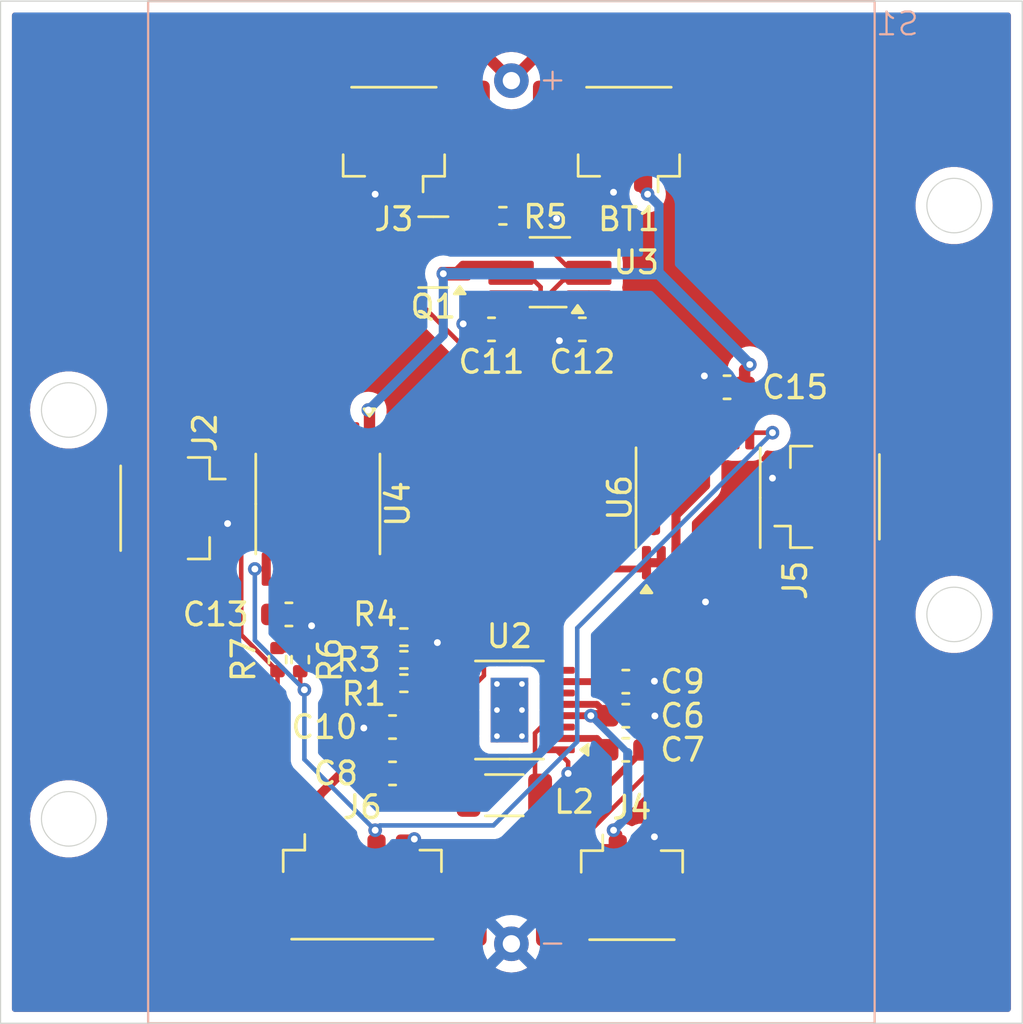
<source format=kicad_pcb>
(kicad_pcb (version 20240108) (generator "pcbnew") (generator_version "8.0")
  (layers (0 "F.Cu" signal) (31 "B.Cu" signal) (34 "B.Paste" user) (35 "F.Paste" user) (36 "B.SilkS" user "B.Silkscreen") (37 "F.SilkS" user "F.Silkscreen") (38 "B.Mask" user) (39 "F.Mask" user) (44 "Edge.Cuts" user))
  (net 0 "")
  (net 1 "GND")
  (net 2 "/Vsolar")
  (net 3 "Net-(U2-SW2)")
  (net 4 "Net-(U2-MPPC)")
  (net 6 "Net-(U2-BST1)")
  (net 7 "Net-(U2-SW1)")
  (net 8 "Net-(U2-VS2{slash}FB)")
  (net 9 "Net-(U2-BST2)")
  (net 10 "Net-(Q1-B)")
  (net 11 "Net-(U3-PROG)")
  (net 13 "Net-(Q1-E)")
  (net 14 "Net-(U3-TIMER)")
  (net 15 "/Vcharge+")
  (net 16 "/Vcharge-")
  (net 17 "/Vout-")
  (net 18 "/SCL")
  (net 19 "/SDA")
  (net 24 "/Vout+")
  (net 25 "Net-(R1-Pad2)")
  (footprint "Connector_Molex:Molex_PicoBlade_53398-0271_1x02-1MP_P1.25mm_Vertical" (layer "F.Cu") (at 132.809384 93.609644)
    (property "Reference" "J4" (at 0 -3.1 360) (layer "F.SilkS"))
    (property "Value" "Conn_01x02" (hide yes))
    (fp_line (start -2.235 -1.21) (end -1.285 -1.21) (stroke (width 0.12)) (layer "F.SilkS"))
    (fp_line (start -2.235 -0.26) (end -2.235 -1.21) (stroke (width 0.12)) (layer "F.SilkS"))
    (fp_line (start -1.865 2.71) (end 1.865 2.71) (stroke (width 0.12)) (layer "F.SilkS"))
    (fp_line (start -1.285 -1.21) (end -1.285 -1.9) (stroke (width 0.12)) (layer "F.SilkS"))
    (fp_line (start 2.235 -1.21) (end 1.285 -1.21) (stroke (width 0.12)) (layer "F.SilkS"))
    (fp_line (start 2.235 -0.26) (end 2.235 -1.21) (stroke (width 0.12)) (layer "F.SilkS"))
    (pad "1" smd roundrect (at -0.625 -1.25) (size 0.8 1.3) (layers "F.Cu" "F.Paste" "F.Mask") (net 2 "/Vsolar"))
    (pad "2" smd roundrect (at 0.625 -1.25) (size 0.8 1.3) (layers "F.Cu" "F.Paste" "F.Mask") (net 1 "GND"))
    (pad "MP" smd roundrect (at -3.175 1.5) (size 2.1 3) (layers "F.Cu" "F.Paste" "F.Mask") (roundrect_rratio 0.119048))
    (pad "MP" smd roundrect (at 3.175 1.5) (size 2.1 3) (layers "F.Cu" "F.Paste" "F.Mask") (roundrect_rratio 0.119048))
  )
  (footprint "Connector_Molex:Molex_PicoBlade_53398-0271_1x02-1MP_P1.25mm_Vertical" (layer "F.Cu") (at 122.325 61.5 180)
    (property "Reference" "J3" (at 0 -3.1 360) (layer "F.SilkS"))
    (property "Value" "Conn_01x02" (hide yes))
    (fp_line (start 2.235 -0.26) (end 2.235 -1.21) (stroke (width 0.12)) (layer "F.SilkS"))
    (fp_line (start 2.235 -1.21) (end 1.285 -1.21) (stroke (width 0.12)) (layer "F.SilkS"))
    (fp_line (start -1.285 -1.21) (end -1.285 -1.9) (stroke (width 0.12)) (layer "F.SilkS"))
    (fp_line (start -1.865 2.71) (end 1.865 2.71) (stroke (width 0.12)) (layer "F.SilkS"))
    (fp_line (start -2.235 -0.26) (end -2.235 -1.21) (stroke (width 0.12)) (layer "F.SilkS"))
    (fp_line (start -2.235 -1.21) (end -1.285 -1.21) (stroke (width 0.12)) (layer "F.SilkS"))
    (pad "1" smd roundrect (at -0.625 -1.25 180) (size 0.8 1.3) (layers "F.Cu" "F.Paste" "F.Mask") (net 2 "/Vsolar"))
    (pad "2" smd roundrect (at 0.625 -1.25 180) (size 0.8 1.3) (layers "F.Cu" "F.Paste" "F.Mask") (net 1 "GND"))
    (pad "MP" smd roundrect (at -3.175 1.5 180) (size 2.1 3) (layers "F.Cu" "F.Paste" "F.Mask") (roundrect_rratio 0.119048))
    (pad "MP" smd roundrect (at 3.175 1.5 180) (size 2.1 3) (layers "F.Cu" "F.Paste" "F.Mask") (roundrect_rratio 0.119048))
  )
  (footprint "Connector_Molex:Molex_PicoBlade_53398-0271_1x02-1MP_P1.25mm_Vertical" (layer "F.Cu") (at 132.675 61.5 180)
    (property "Reference" "BT1" (at 0 -3.1 360) (layer "F.SilkS"))
    (property "Value" "Vbatt" (hide yes))
    (fp_line (start 2.235 -0.26) (end 2.235 -1.21) (stroke (width 0.12)) (layer "F.SilkS"))
    (fp_line (start 2.235 -1.21) (end 1.285 -1.21) (stroke (width 0.12)) (layer "F.SilkS"))
    (fp_line (start -1.285 -1.21) (end -1.285 -1.9) (stroke (width 0.12)) (layer "F.SilkS"))
    (fp_line (start -1.865 2.71) (end 1.865 2.71) (stroke (width 0.12)) (layer "F.SilkS"))
    (fp_line (start -2.235 -0.26) (end -2.235 -1.21) (stroke (width 0.12)) (layer "F.SilkS"))
    (fp_line (start -2.235 -1.21) (end -1.285 -1.21) (stroke (width 0.12)) (layer "F.SilkS"))
    (pad "1" smd roundrect (at -0.625 -1.25 180) (size 0.8 1.3) (layers "F.Cu" "F.Paste" "F.Mask") (net 24 "/Vout+"))
    (pad "2" smd roundrect (at 0.625 -1.25 180) (size 0.8 1.3) (layers "F.Cu" "F.Paste" "F.Mask") (net 1 "GND"))
    (pad "MP" smd roundrect (at -3.175 1.5 180) (size 2.1 3) (layers "F.Cu" "F.Paste" "F.Mask") (roundrect_rratio 0.119048))
    (pad "MP" smd roundrect (at 3.175 1.5 180) (size 2.1 3) (layers "F.Cu" "F.Paste" "F.Mask") (roundrect_rratio 0.119048))
  )
  (footprint "Capacitor_SMD:C_0603_1608Metric" (layer "F.Cu") (at 137 72 180)
    (property "Reference" "C15" (at -3 0 360) (layer "F.SilkS"))
    (property "Value" "1uF" (hide yes))
    (fp_line (start -0.14058 0.51) (end 0.14058 0.51) (stroke (width 0.12)) (layer "F.SilkS"))
    (fp_line (start -0.14058 -0.51) (end 0.14058 -0.51) (stroke (width 0.12)) (layer "F.SilkS"))
    (pad "1" smd roundrect (at -0.775 0 180) (size 0.9 0.95) (layers "F.Cu" "F.Paste" "F.Mask") (net 24 "/Vout+"))
    (pad "2" smd roundrect (at 0.775 0 180) (size 0.9 0.95) (layers "F.Cu" "F.Paste" "F.Mask") (net 1 "GND"))
  )
  (footprint "Inductor_SMD:L_1206_3216Metric" (layer "F.Cu") (at 127.19 89.96 180)
    (property "Reference" "L2" (at -3.075 -0.29 360) (layer "F.SilkS"))
    (property "Value" "6.8uH" (hide yes))
    (fp_line (start -0.835242 0.91) (end 0.835242 0.91) (stroke (width 0.12)) (layer "F.SilkS"))
    (fp_line (start -0.835242 -0.91) (end 0.835242 -0.91) (stroke (width 0.12)) (layer "F.SilkS"))
    (pad "1" smd roundrect (at -1.575 0 180) (size 1.05 1.9) (layers "F.Cu" "F.Paste" "F.Mask") (roundrect_rratio 0.238095) (net 7 "Net-(U2-SW1)"))
    (pad "2" smd roundrect (at 1.575 0 180) (size 1.05 1.9) (layers "F.Cu" "F.Paste" "F.Mask") (roundrect_rratio 0.238095) (net 3 "Net-(U2-SW2)"))
  )
  (footprint "Resistor_SMD:R_0402_1005Metric" (layer "F.Cu") (at 122.763048 85.028483)
    (property "Reference" "R1" (at -1.763048 0.471517 0) (layer "F.SilkS"))
    (property "Value" "200k" (hide yes))
    (fp_line (start -0.153641 -0.38) (end 0.153641 -0.38) (stroke (width 0.12)) (layer "F.SilkS"))
    (fp_line (start -0.153641 0.38) (end 0.153641 0.38) (stroke (width 0.12)) (layer "F.SilkS"))
    (pad "1" smd roundrect (at -0.51 0) (size 0.54 0.64) (layers "F.Cu" "F.Paste" "F.Mask") (net 15 "/Vcharge+"))
    (pad "2" smd roundrect (at 0.51 0) (size 0.54 0.64) (layers "F.Cu" "F.Paste" "F.Mask") (net 25 "Net-(R1-Pad2)"))
  )
  (footprint "Connector_Molex:Molex_PicoBlade_53398-0471_1x04-1MP_P1.25mm_Vertical" (layer "F.Cu") (at 120.933976 93.586374)
    (property "Reference" "J6" (at 0 -3.1 360) (layer "F.SilkS"))
    (property "Value" "Conn_01x04" (hide yes))
    (fp_line (start -3.485 -1.21) (end -2.535 -1.21) (stroke (width 0.12)) (layer "F.SilkS"))
    (fp_line (start -3.485 -0.26) (end -3.485 -1.21) (stroke (width 0.12)) (layer "F.SilkS"))
    (fp_line (start -3.115 2.71) (end 3.115 2.71) (stroke (width 0.12)) (layer "F.SilkS"))
    (fp_line (start -2.535 -1.21) (end -2.535 -1.9) (stroke (width 0.12)) (layer "F.SilkS"))
    (fp_line (start 3.485 -1.21) (end 2.535 -1.21) (stroke (width 0.12)) (layer "F.SilkS"))
    (fp_line (start 3.485 -0.26) (end 3.485 -1.21) (stroke (width 0.12)) (layer "F.SilkS"))
    (pad "1" smd roundrect (at -1.875 -1.25) (size 0.8 1.3) (layers "F.Cu" "F.Paste" "F.Mask") (net 17 "/Vout-"))
    (pad "2" smd roundrect (at -0.625 -1.25) (size 0.8 1.3) (layers "F.Cu" "F.Paste" "F.Mask") (net 19 "/SDA"))
    (pad "3" smd roundrect (at 0.625 -1.25) (size 0.8 1.3) (layers "F.Cu" "F.Paste" "F.Mask") (net 18 "/SCL"))
    (pad "4" smd roundrect (at 1.875 -1.25) (size 0.8 1.3) (layers "F.Cu" "F.Paste" "F.Mask") (net 1 "GND"))
    (pad "MP" smd roundrect (at -4.425 1.5) (size 2.1 3) (layers "F.Cu" "F.Paste" "F.Mask") (roundrect_rratio 0.119048))
    (pad "MP" smd roundrect (at 4.425 1.5) (size 2.1 3) (layers "F.Cu" "F.Paste" "F.Mask") (roundrect_rratio 0.119048))
  )
  (footprint "Package_SO:TSSOP-16_4.4x5mm_P0.65mm" (layer "F.Cu") (at 118.975 77.1375 -90)
    (property "Reference" "U4" (at 0 -3.525 90) (layer "F.SilkS"))
    (property "Value" "INA260" (hide yes))
    (fp_line (start 0 2.735) (end -2.2 2.735) (stroke (width 0.12)) (layer "F.SilkS"))
    (fp_line (start 0 2.735) (end 2.2 2.735) (stroke (width 0.12)) (layer "F.SilkS"))
    (fp_line (start 0 -2.735) (end -2.2 -2.735) (stroke (width 0.12)) (layer "F.SilkS"))
    (fp_line (start 0 -2.735) (end 2.2 -2.735) (stroke (width 0.12)) (layer "F.SilkS"))
    (fp_poly (pts (xy -3.86 -2.275) (xy -4.19 -2.515) (xy -4.19 -2.035) (xy -3.86 -2.275)) (stroke (width 0.12)) (fill solid) (layer "F.SilkS"))
    (pad "1" smd roundrect (at -2.8625 -2.275 270) (size 1.475 0.4) (layers "F.Cu" "F.Paste" "F.Mask") (net 24 "/Vout+"))
    (pad "2" smd roundrect (at -2.8625 -1.625 270) (size 1.475 0.4) (layers "F.Cu" "F.Paste" "F.Mask") (net 24 "/Vout+"))
    (pad "3" smd roundrect (at -2.8625 -0.975 270) (size 1.475 0.4) (layers "F.Cu" "F.Paste" "F.Mask") (net 24 "/Vout+"))
    (pad "4" smd roundrect (at -2.8625 -0.325 270) (size 1.475 0.4) (layers "F.Cu" "F.Paste" "F.Mask") (net 24 "/Vout+"))
    (pad "5" smd roundrect (at -2.8625 0.325 270) (size 1.475 0.4) (layers "F.Cu" "F.Paste" "F.Mask") (net 24 "/Vout+"))
    (pad "6" smd roundrect (at -2.8625 0.975 270) (size 1.475 0.4) (layers "F.Cu" "F.Paste" "F.Mask") (net 1 "GND"))
    (pad "7" smd roundrect (at -2.8625 1.625 270) (size 1.475 0.4) (layers "F.Cu" "F.Paste" "F.Mask"))
    (pad "8" smd roundrect (at -2.8625 2.275 270) (size 1.475 0.4) (layers "F.Cu" "F.Paste" "F.Mask") (net 19 "/SDA"))
    (pad "9" smd roundrect (at 2.8625 2.275 270) (size 1.475 0.4) (layers "F.Cu" "F.Paste" "F.Mask") (net 18 "/SCL"))
    (pad "10" smd roundrect (at 2.8625 1.625 270) (size 1.475 0.4) (layers "F.Cu" "F.Paste" "F.Mask") (net 24 "/Vout+"))
    (pad "11" smd roundrect (at 2.8625 0.975 270) (size 1.475 0.4) (layers "F.Cu" "F.Paste" "F.Mask") (net 1 "GND"))
    (pad "12" smd roundrect (at 2.8625 0.325 270) (size 1.475 0.4) (layers "F.Cu" "F.Paste" "F.Mask") (net 24 "/Vout+"))
    (pad "13" smd roundrect (at 2.8625 -0.325 270) (size 1.475 0.4) (layers "F.Cu" "F.Paste" "F.Mask"))
    (pad "14" smd roundrect (at 2.8625 -0.975 270) (size 1.475 0.4) (layers "F.Cu" "F.Paste" "F.Mask") (net 17 "/Vout-"))
    (pad "15" smd roundrect (at 2.8625 -1.625 270) (size 1.475 0.4) (layers "F.Cu" "F.Paste" "F.Mask") (net 17 "/Vout-"))
    (pad "16" smd roundrect (at 2.8625 -2.275 270) (size 1.475 0.4) (layers "F.Cu" "F.Paste" "F.Mask") (net 17 "/Vout-"))
  )
  (footprint "Capacitor_SMD:C_0603_1608Metric" (layer "F.Cu") (at 132.54 86.46 180)
    (property "Reference" "C6" (at -2.5 0 360) (layer "F.SilkS"))
    (property "Value" "1uF" (hide yes))
    (fp_line (start -0.14058 0.51) (end 0.14058 0.51) (stroke (width 0.12)) (layer "F.SilkS"))
    (fp_line (start -0.14058 -0.51) (end 0.14058 -0.51) (stroke (width 0.12)) (layer "F.SilkS"))
    (pad "1" smd roundrect (at -0.775 0 180) (size 0.9 0.95) (layers "F.Cu" "F.Paste" "F.Mask") (net 1 "GND"))
    (pad "2" smd roundrect (at 0.775 0 180) (size 0.9 0.95) (layers "F.Cu" "F.Paste" "F.Mask") (net 2 "/Vsolar"))
  )
  (footprint "Capacitor_SMD:C_0603_1608Metric" (layer "F.Cu") (at 122.265 89 180)
    (property "Reference" "C8" (at 2.5 0 360) (layer "F.SilkS"))
    (property "Value" "22nF" (hide yes))
    (fp_line (start -0.14058 0.51) (end 0.14058 0.51) (stroke (width 0.12)) (layer "F.SilkS"))
    (fp_line (start -0.14058 -0.51) (end 0.14058 -0.51) (stroke (width 0.12)) (layer "F.SilkS"))
    (pad "1" smd roundrect (at -0.775 0 180) (size 0.9 0.95) (layers "F.Cu" "F.Paste" "F.Mask") (net 3 "Net-(U2-SW2)"))
    (pad "2" smd roundrect (at 0.775 0 180) (size 0.9 0.95) (layers "F.Cu" "F.Paste" "F.Mask") (net 9 "Net-(U2-BST2)"))
  )
  (footprint "Capacitor_SMD:C_0603_1608Metric" (layer "F.Cu") (at 132.54 84.96 180)
    (property "Reference" "C9" (at -2.5 0 360) (layer "F.SilkS"))
    (property "Value" "4.7uF" (hide yes))
    (fp_line (start -0.14058 0.51) (end 0.14058 0.51) (stroke (width 0.12)) (layer "F.SilkS"))
    (fp_line (start -0.14058 -0.51) (end 0.14058 -0.51) (stroke (width 0.12)) (layer "F.SilkS"))
    (pad "1" smd roundrect (at -0.775 0 180) (size 0.9 0.95) (layers "F.Cu" "F.Paste" "F.Mask") (net 1 "GND"))
    (pad "2" smd roundrect (at 0.775 0 180) (size 0.9 0.95) (layers "F.Cu" "F.Paste" "F.Mask") (net 4 "Net-(U2-MPPC)"))
  )
  (footprint "Package_SO:MSOP-16-1EP_3x4.039mm_P0.5mm_EP1.651x2.845mm_ThermalVias" (layer "F.Cu") (at 127.415 86.21 180)
    (property "Reference" "U2" (at 0 3.25 360) (layer "F.SilkS"))
    (property "Value" "~" (hide yes))
    (fp_line (start 0 2.16) (end 1.5 2.16) (stroke (width 0.12)) (layer "F.SilkS"))
    (fp_line (start 0 2.16) (end -1.5 2.16) (stroke (width 0.12)) (layer "F.SilkS"))
    (fp_line (start 0 -2.16) (end 1.5 -2.16) (stroke (width 0.12)) (layer "F.SilkS"))
    (fp_line (start 0 -2.16) (end -1.5 -2.16) (stroke (width 0.12)) (layer "F.SilkS"))
    (fp_poly (pts (xy -3.135 -1.75) (xy -3.465 -1.99) (xy -3.465 -1.51) (xy -3.135 -1.75)) (stroke (width 0.12)) (fill solid) (layer "F.SilkS"))
    (pad "1" smd roundrect (at -2.15 -1.75 180) (size 1.45 0.3) (layers "F.Cu" "F.Paste" "F.Mask") (net 1 "GND"))
    (pad "2" smd roundrect (at -2.15 -1.25 180) (size 1.45 0.3) (layers "F.Cu" "F.Paste" "F.Mask") (net 6 "Net-(U2-BST1)"))
    (pad "3" smd roundrect (at -2.15 -0.75 180) (size 1.45 0.3) (layers "F.Cu" "F.Paste" "F.Mask") (net 7 "Net-(U2-SW1)"))
    (pad "4" smd roundrect (at -2.15 -0.25 180) (size 1.45 0.3) (layers "F.Cu" "F.Paste" "F.Mask") (net 2 "/Vsolar"))
    (pad "5" smd roundrect (at -2.15 0.25 180) (size 1.45 0.3) (layers "F.Cu" "F.Paste" "F.Mask") (net 2 "/Vsolar"))
    (pad "6" smd roundrect (at -2.15 0.75 180) (size 1.45 0.3) (layers "F.Cu" "F.Paste" "F.Mask") (net 2 "/Vsolar"))
    (pad "7" smd roundrect (at -2.15 1.25 180) (size 1.45 0.3) (layers "F.Cu" "F.Paste" "F.Mask") (net 4 "Net-(U2-MPPC)"))
    (pad "8" smd roundrect (at -2.15 1.75 180) (size 1.45 0.3) (layers "F.Cu" "F.Paste" "F.Mask") (net 4 "Net-(U2-MPPC)"))
    (pad "9" smd roundrect (at 2.15 1.75 180) (size 1.45 0.3) (layers "F.Cu" "F.Paste" "F.Mask") (net 8 "Net-(U2-VS2{slash}FB)"))
    (pad "10" smd roundrect (at 2.15 1.25 180) (size 1.45 0.3) (layers "F.Cu" "F.Paste" "F.Mask") (net 4 "Net-(U2-MPPC)"))
    (pad "11" smd roundrect (at 2.15 0.75 180) (size 1.45 0.3) (layers "F.Cu" "F.Paste" "F.Mask") (net 1 "GND"))
    (pad "12" smd roundrect (at 2.15 0.25 180) (size 1.45 0.3) (layers "F.Cu" "F.Paste" "F.Mask") (net 1 "GND"))
    (pad "13" smd roundrect (at 2.15 -0.25 180) (size 1.45 0.3) (layers "F.Cu" "F.Paste" "F.Mask"))
    (pad "14" smd roundrect (at 2.15 -0.75 180) (size 1.45 0.3) (layers "F.Cu" "F.Paste" "F.Mask") (net 15 "/Vcharge+"))
    (pad "15" smd roundrect (at 2.15 -1.25 180) (size 1.45 0.3) (layers "F.Cu" "F.Paste" "F.Mask") (net 9 "Net-(U2-BST2)"))
    (pad "16" smd roundrect (at 2.15 -1.75 180) (size 1.45 0.3) (layers "F.Cu" "F.Paste" "F.Mask") (net 3 "Net-(U2-SW2)"))
    (pad "17" thru_hole circle (at -0.5505 -1.1475 180) (size 0.55 0.55) (drill 0.25) (property pad_prop_heatsink) (layers "*.Cu"))
    (pad "17" thru_hole circle (at -0.5505 0 180) (size 0.55 0.55) (drill 0.25) (property pad_prop_heatsink) (layers "*.Cu"))
    (pad "17" thru_hole circle (at -0.5505 1.1475 180) (size 0.55 0.55) (drill 0.25) (property pad_prop_heatsink) (layers "*.Cu"))
    (pad "17" smd rect (at 0 0 180) (size 1.651 2.845) (property pad_prop_heatsink) (layers "F.Cu" "F.Mask"))
    (pad "17" smd rect (at 0 0 180) (size 1.651 2.845) (property pad_prop_heatsink) (layers "B.Cu"))
    (pad "17" thru_hole circle (at 0.5505 -1.1475 180) (size 0.55 0.55) (drill 0.25) (property pad_prop_heatsink) (layers "*.Cu"))
    (pad "17" thru_hole circle (at 0.5505 0 180) (size 0.55 0.55) (drill 0.25) (property pad_prop_heatsink) (layers "*.Cu"))
    (pad "17" thru_hole circle (at 0.5505 1.1475 180) (size 0.55 0.55) (drill 0.25) (property pad_prop_heatsink) (layers "*.Cu"))
  )
  (footprint "Resistor_SMD:R_0402_1005Metric" (layer "F.Cu") (at 117.2 83.99 -90)
    (property "Reference" "R7" (at 0 1.5 90) (layer "F.SilkS"))
    (property "Value" "10K" (hide yes))
    (fp_line (start -0.153641 0.38) (end 0.153641 0.38) (stroke (width 0.12)) (layer "F.SilkS"))
    (fp_line (start -0.153641 -0.38) (end 0.153641 -0.38) (stroke (width 0.12)) (layer "F.SilkS"))
    (pad "1" smd roundrect (at -0.51 0 270) (size 0.54 0.64) (layers "F.Cu" "F.Paste" "F.Mask") (net 24 "/Vout+"))
    (pad "2" smd roundrect (at 0.51 0 270) (size 0.54 0.64) (layers "F.Cu" "F.Paste" "F.Mask") (net 19 "/SDA"))
  )
  (footprint "Capacitor_SMD:C_0603_1608Metric" (layer "F.Cu") (at 122.265 86.96 180)
    (property "Reference" "C10" (at 3 0 360) (layer "F.SilkS"))
    (property "Value" "4.7uF" (hide yes))
    (fp_line (start -0.14058 0.51) (end 0.14058 0.51) (stroke (width 0.12)) (layer "F.SilkS"))
    (fp_line (start -0.14058 -0.51) (end 0.14058 -0.51) (stroke (width 0.12)) (layer "F.SilkS"))
    (pad "1" smd roundrect (at -0.775 0 180) (size 0.9 0.95) (layers "F.Cu" "F.Paste" "F.Mask") (net 15 "/Vcharge+"))
    (pad "2" smd roundrect (at 0.775 0 180) (size 0.9 0.95) (layers "F.Cu" "F.Paste" "F.Mask") (net 1 "GND"))
  )
  (footprint "Package_SO:TSSOP-16_4.4x5mm_P0.65mm" (layer "F.Cu") (at 135.725 76.8625 90)
    (property "Reference" "U6" (at 0 -3.45 90) (layer "F.SilkS"))
    (property "Value" "INA260" (hide yes))
    (fp_line (start 0 -2.735) (end 2.2 -2.735) (stroke (width 0.12)) (layer "F.SilkS"))
    (fp_line (start 0 -2.735) (end -2.2 -2.735) (stroke (width 0.12)) (layer "F.SilkS"))
    (fp_line (start 0 2.735) (end 2.2 2.735) (stroke (width 0.12)) (layer "F.SilkS"))
    (fp_line (start 0 2.735) (end -2.2 2.735) (stroke (width 0.12)) (layer "F.SilkS"))
    (fp_poly (pts (xy -3.86 -2.275) (xy -4.19 -2.515) (xy -4.19 -2.035) (xy -3.86 -2.275)) (stroke (width 0.12)) (fill solid) (layer "F.SilkS"))
    (pad "1" smd roundrect (at -2.8625 -2.275 90) (size 1.475 0.4) (layers "F.Cu" "F.Paste" "F.Mask") (net 15 "/Vcharge+"))
    (pad "2" smd roundrect (at -2.8625 -1.625 90) (size 1.475 0.4) (layers "F.Cu" "F.Paste" "F.Mask") (net 15 "/Vcharge+"))
    (pad "3" smd roundrect (at -2.8625 -0.975 90) (size 1.475 0.4) (layers "F.Cu" "F.Paste" "F.Mask") (net 15 "/Vcharge+"))
    (pad "4" smd roundrect (at -2.8625 -0.325 90) (size 1.475 0.4) (layers "F.Cu" "F.Paste" "F.Mask") (net 1 "GND"))
    (pad "5" smd roundrect (at -2.8625 0.325 90) (size 1.475 0.4) (layers "F.Cu" "F.Paste" "F.Mask") (net 1 "GND"))
    (pad "6" smd roundrect (at -2.8625 0.975 90) (size 1.475 0.4) (layers "F.Cu" "F.Paste" "F.Mask") (net 1 "GND"))
    (pad "7" smd roundrect (at -2.8625 1.625 90) (size 1.475 0.4) (layers "F.Cu" "F.Paste" "F.Mask"))
    (pad "8" smd roundrect (at -2.8625 2.275 90) (size 1.475 0.4) (layers "F.Cu" "F.Paste" "F.Mask") (net 19 "/SDA"))
    (pad "9" smd roundrect (at 2.8625 2.275 90) (size 1.475 0.4) (layers "F.Cu" "F.Paste" "F.Mask") (net 18 "/SCL"))
    (pad "10" smd roundrect (at 2.8625 1.625 90) (size 1.475 0.4) (layers "F.Cu" "F.Paste" "F.Mask") (net 24 "/Vout+"))
    (pad "11" smd roundrect (at 2.8625 0.975 90) (size 1.475 0.4) (layers "F.Cu" "F.Paste" "F.Mask") (net 1 "GND"))
    (pad "12" smd roundrect (at 2.8625 0.325 90) (size 1.475 0.4) (layers "F.Cu" "F.Paste" "F.Mask") (net 15 "/Vcharge+"))
    (pad "13" smd roundrect (at 2.8625 -0.325 90) (size 1.475 0.4) (layers "F.Cu" "F.Paste" "F.Mask"))
    (pad "14" smd roundrect (at 2.8625 -0.975 90) (size 1.475 0.4) (layers "F.Cu" "F.Paste" "F.Mask") (net 16 "/Vcharge-"))
    (pad "15" smd roundrect (at 2.8625 -1.625 90) (size 1.475 0.4) (layers "F.Cu" "F.Paste" "F.Mask") (net 16 "/Vcharge-"))
    (pad "16" smd roundrect (at 2.8625 -2.275 90) (size 1.475 0.4) (layers "F.Cu" "F.Paste" "F.Mask") (net 16 "/Vcharge-"))
  )
  (footprint "Resistor_SMD:R_0402_1005Metric" (layer "F.Cu") (at 122.765 83)
    (property "Reference" "R4" (at -1.265 -1 360) (layer "F.SilkS"))
    (property "Value" "100k" (hide yes))
    (fp_line (start -0.153641 -0.38) (end 0.153641 -0.38) (stroke (width 0.12)) (layer "F.SilkS"))
    (fp_line (start -0.153641 0.38) (end 0.153641 0.38) (stroke (width 0.12)) (layer "F.SilkS"))
    (pad "1" smd roundrect (at -0.51 0) (size 0.54 0.64) (layers "F.Cu" "F.Paste" "F.Mask") (net 8 "Net-(U2-VS2{slash}FB)"))
    (pad "2" smd roundrect (at 0.51 0) (size 0.54 0.64) (layers "F.Cu" "F.Paste" "F.Mask") (net 1 "GND"))
  )
  (footprint "Capacitor_SMD:C_0603_1608Metric" (layer "F.Cu") (at 117.7 82)
    (property "Reference" "C13" (at -3.225 0 0) (layer "F.SilkS"))
    (property "Value" "1uF" (hide yes))
    (fp_line (start -0.14058 -0.51) (end 0.14058 -0.51) (stroke (width 0.12)) (layer "F.SilkS"))
    (fp_line (start -0.14058 0.51) (end 0.14058 0.51) (stroke (width 0.12)) (layer "F.SilkS"))
    (pad "1" smd roundrect (at -0.775 0) (size 0.9 0.95) (layers "F.Cu" "F.Paste" "F.Mask") (net 24 "/Vout+"))
    (pad "2" smd roundrect (at 0.775 0) (size 0.9 0.95) (layers "F.Cu" "F.Paste" "F.Mask") (net 1 "GND"))
  )
  (footprint "Resistor_SMD:R_0402_1005Metric" (layer "F.Cu") (at 122.765 84 180)
    (property "Reference" "R3" (at 2 0 360) (layer "F.SilkS"))
    (property "Value" "200k" (hide yes))
    (fp_line (start -0.153641 0.38) (end 0.153641 0.38) (stroke (width 0.12)) (layer "F.SilkS"))
    (fp_line (start -0.153641 -0.38) (end 0.153641 -0.38) (stroke (width 0.12)) (layer "F.SilkS"))
    (pad "1" smd roundrect (at -0.51 0 180) (size 0.54 0.64) (layers "F.Cu" "F.Paste" "F.Mask") (net 25 "Net-(R1-Pad2)"))
    (pad "2" smd roundrect (at 0.51 0 180) (size 0.54 0.64) (layers "F.Cu" "F.Paste" "F.Mask") (net 8 "Net-(U2-VS2{slash}FB)"))
  )
  (footprint "Resistor_SMD:R_0402_1005Metric" (layer "F.Cu") (at 127.125 64.45)
    (property "Reference" "R5" (at 1.875 0.05 360) (layer "F.SilkS"))
    (property "Value" "1.3k" (hide yes))
    (fp_line (start -0.153641 -0.38) (end 0.153641 -0.38) (stroke (width 0.12)) (layer "F.SilkS"))
    (fp_line (start -0.153641 0.38) (end 0.153641 0.38) (stroke (width 0.12)) (layer "F.SilkS"))
    (pad "1" smd roundrect (at -0.51 0) (size 0.54 0.64) (layers "F.Cu" "F.Paste" "F.Mask") (net 11 "Net-(U3-PROG)"))
    (pad "2" smd roundrect (at 0.51 0) (size 0.54 0.64) (layers "F.Cu" "F.Paste" "F.Mask") (net 1 "GND"))
  )
  (footprint "Connector_Molex:Molex_PicoBlade_53398-0271_1x02-1MP_P1.25mm_Vertical" (layer "F.Cu") (at 113 77.325 -90)
    (property "Reference" "J2" (at -3.325 -1 -90) (layer "F.SilkS"))
    (property "Value" "Conn_01x02" (hide yes))
    (fp_line (start -1.865 2.71) (end 1.865 2.71) (stroke (width 0.12)) (layer "F.SilkS"))
    (fp_line (start -2.235 -0.26) (end -2.235 -1.21) (stroke (width 0.12)) (layer "F.SilkS"))
    (fp_line (start 2.235 -0.26) (end 2.235 -1.21) (stroke (width 0.12)) (layer "F.SilkS"))
    (fp_line (start -2.235 -1.21) (end -1.285 -1.21) (stroke (width 0.12)) (layer "F.SilkS"))
    (fp_line (start -1.285 -1.21) (end -1.285 -1.9) (stroke (width 0.12)) (layer "F.SilkS"))
    (fp_line (start 2.235 -1.21) (end 1.285 -1.21) (stroke (width 0.12)) (layer "F.SilkS"))
    (pad "1" smd roundrect (at -0.625 -1.25 270) (size 0.8 1.3) (layers "F.Cu" "F.Paste" "F.Mask") (net 2 "/Vsolar"))
    (pad "2" smd roundrect (at 0.625 -1.25 270) (size 0.8 1.3) (layers "F.Cu" "F.Paste" "F.Mask") (net 1 "GND"))
    (pad "MP" smd roundrect (at -3.175 1.5 270) (size 2.1 3) (layers "F.Cu" "F.Paste" "F.Mask") (roundrect_rratio 0.119048))
    (pad "MP" smd roundrect (at 3.175 1.5 270) (size 2.1 3) (layers "F.Cu" "F.Paste" "F.Mask") (roundrect_rratio 0.119048))
  )
  (footprint "Package_TO_SOT_SMD:SOT-23" (layer "F.Cu") (at 124.0625 66.05 180)
    (property "Reference" "Q1" (at 0 -2.4 360) (layer "F.SilkS"))
    (property "Value" "PNP" (hide yes))
    (fp_line (start 0 1.56) (end 0.65 1.56) (stroke (width 0.12)) (layer "F.SilkS"))
    (fp_line (start 0 1.56) (end -0.65 1.56) (stroke (width 0.12)) (layer "F.SilkS"))
    (fp_line (start 0 -1.56) (end 0.65 -1.56) (stroke (width 0.12)) (layer "F.SilkS"))
    (fp_line (start 0 -1.56) (end -0.65 -1.56) (stroke (width 0.12)) (layer "F.SilkS"))
    (fp_poly (pts (xy -1.1625 -1.51) (xy -1.4025 -1.84) (xy -0.9225 -1.84) (xy -1.1625 -1.51)) (stroke (width 0.12)) (fill solid) (layer "F.SilkS"))
    (pad "1" smd roundrect (at -0.9375 -0.95 180) (size 1.475 0.6) (layers "F.Cu" "F.Paste" "F.Mask") (net 24 "/Vout+"))
    (pad "2" smd roundrect (at -0.9375 0.95 180) (size 1.475 0.6) (layers "F.Cu" "F.Paste" "F.Mask") (net 10 "Net-(Q1-B)"))
    (pad "3" smd roundrect (at 0.9375 0 180) (size 1.475 0.6) (layers "F.Cu" "F.Paste" "F.Mask") (net 13 "Net-(Q1-E)"))
  )
  (footprint "Resistor_SMD:R_0402_1005Metric" (layer "F.Cu") (at 118.2 83.99 -90)
    (property "Reference" "R6" (at 0.01 -1.3 90) (layer "F.SilkS"))
    (property "Value" "10K" (hide yes))
    (fp_line (start -0.153641 0.38) (end 0.153641 0.38) (stroke (width 0.12)) (layer "F.SilkS"))
    (fp_line (start -0.153641 -0.38) (end 0.153641 -0.38) (stroke (width 0.12)) (layer "F.SilkS"))
    (pad "1" smd roundrect (at -0.51 0 270) (size 0.54 0.64) (layers "F.Cu" "F.Paste" "F.Mask") (net 24 "/Vout+"))
    (pad "2" smd roundrect (at 0.51 0 270) (size 0.54 0.64) (layers "F.Cu" "F.Paste" "F.Mask") (net 18 "/SCL"))
  )
  (footprint "Capacitor_SMD:C_0603_1608Metric" (layer "F.Cu") (at 132.54 87.96)
    (property "Reference" "C7" (at 2.5 0 360) (layer "F.SilkS"))
    (property "Value" "22nF" (hide yes))
    (fp_line (start -0.14058 -0.51) (end 0.14058 -0.51) (stroke (width 0.12)) (layer "F.SilkS"))
    (fp_line (start -0.14058 0.51) (end 0.14058 0.51) (stroke (width 0.12)) (layer "F.SilkS"))
    (pad "1" smd roundrect (at -0.775 0) (size 0.9 0.95) (layers "F.Cu" "F.Paste" "F.Mask") (net 6 "Net-(U2-BST1)"))
    (pad "2" smd roundrect (at 0.775 0) (size 0.9 0.95) (layers "F.Cu" "F.Paste" "F.Mask") (net 7 "Net-(U2-SW1)"))
  )
  (footprint "Package_TO_SOT_SMD:TSOT-23-8_HandSoldering" (layer "F.Cu") (at 129.1975 66.96 180)
    (property "Reference" "U3" (at -3.8025 0.46 360) (layer "F.SilkS"))
    (property "Value" "~" (hide yes))
    (fp_line (start 0.08 -1.51) (end 0.88 -1.51) (stroke (width 0.12)) (layer "F.SilkS"))
    (fp_line (start 0.08 -1.51) (end -0.72 -1.51) (stroke (width 0.12)) (layer "F.SilkS"))
    (fp_line (start -0.88 1.56) (end 0.88 1.56) (stroke (width 0.12)) (layer "F.SilkS"))
    (fp_poly (pts (xy -1.22 -1.435) (xy -1.46 -1.765) (xy -0.98 -1.765) (xy -1.22 -1.435)) (stroke (width 0.12)) (fill solid) (layer "F.SilkS"))
    (pad "1" smd roundrect (at -1.71 -0.97 180) (size 2 0.4) (layers "F.Cu" "F.Paste" "F.Mask") (net 16 "/Vcharge-"))
    (pad "2" smd roundrect (at -1.71 -0.33 180) (size 2 0.4) (layers "F.Cu" "F.Paste" "F.Mask") (net 13 "Net-(Q1-E)"))
    (pad "3" smd roundrect (at -1.71 0.33 180) (size 2 0.4) (layers "F.Cu" "F.Paste" "F.Mask") (net 10 "Net-(Q1-B)"))
    (pad "4" smd roundrect (at -1.71 0.97 180) (size 2 0.4) (layers "F.Cu" "F.Paste" "F.Mask") (net 1 "GND"))
    (pad "5" smd roundrect (at 1.71 0.97 180) (size 2 0.4) (layers "F.Cu" "F.Paste" "F.Mask") (net 11 "Net-(U3-PROG)"))
    (pad "6" smd roundrect (at 1.71 0.33 180) (size 2 0.4) (layers "F.Cu" "F.Paste" "F.Mask") (net 24 "/Vout+"))
    (pad "7" smd roundrect (at 1.71 -0.33 180) (size 2 0.4) (layers "F.Cu" "F.Paste" "F.Mask") (net 14 "Net-(U3-TIMER)"))
    (pad "8" smd roundrect (at 1.71 -0.97 180) (size 2 0.4) (layers "F.Cu" "F.Paste" "F.Mask"))
  )
  (footprint "Connector_Molex:Molex_PicoBlade_53398-0271_1x02-1MP_P1.25mm_Vertical" (layer "F.Cu") (at 141 76.825 90)
    (property "Reference" "J5" (at -3.675 -1 90) (layer "F.SilkS"))
    (property "Value" "Conn_01x02" (hide yes))
    (fp_line (start 2.235 -1.21) (end 1.285 -1.21) (stroke (width 0.12)) (layer "F.SilkS"))
    (fp_line (start -1.285 -1.21) (end -1.285 -1.9) (stroke (width 0.12)) (layer "F.SilkS"))
    (fp_line (start -2.235 -1.21) (end -1.285 -1.21) (stroke (width 0.12)) (layer "F.SilkS"))
    (fp_line (start 2.235 -0.26) (end 2.235 -1.21) (stroke (width 0.12)) (layer "F.SilkS"))
    (fp_line (start -2.235 -0.26) (end -2.235 -1.21) (stroke (width 0.12)) (layer "F.SilkS"))
    (fp_line (start -1.865 2.71) (end 1.865 2.71) (stroke (width 0.12)) (layer "F.SilkS"))
    (pad "1" smd roundrect (at -0.625 -1.25 90) (size 0.8 1.3) (layers "F.Cu" "F.Paste" "F.Mask") (net 2 "/Vsolar"))
    (pad "2" smd roundrect (at 0.625 -1.25 90) (size 0.8 1.3) (layers "F.Cu" "F.Paste" "F.Mask") (net 1 "GND"))
    (pad "MP" smd roundrect (at -3.175 1.5 90) (size 2.1 3) (layers "F.Cu" "F.Paste" "F.Mask") (roundrect_rratio 0.119048))
    (pad "MP" smd roundrect (at 3.175 1.5 90) (size 2.1 3) (layers "F.Cu" "F.Paste" "F.Mask") (roundrect_rratio 0.119048))
  )
  (footprint "Capacitor_SMD:C_0603_1608Metric" (layer "F.Cu") (at 126.625 69.45 180)
    (property "Reference" "C11" (at 0 -1.43 360) (layer "F.SilkS"))
    (property "Value" "1uF" (hide yes))
    (fp_line (start -0.14058 0.51) (end 0.14058 0.51) (stroke (width 0.12)) (layer "F.SilkS"))
    (fp_line (start -0.14058 -0.51) (end 0.14058 -0.51) (stroke (width 0.12)) (layer "F.SilkS"))
    (pad "1" smd roundrect (at -0.775 0 180) (size 0.9 0.95) (layers "F.Cu" "F.Paste" "F.Mask") (net 14 "Net-(U3-TIMER)"))
    (pad "2" smd roundrect (at 0.775 0 180) (size 0.9 0.95) (layers "F.Cu" "F.Paste" "F.Mask") (net 1 "GND"))
  )
  (footprint "Capacitor_SMD:C_0603_1608Metric" (layer "F.Cu") (at 130.625 69.45 180)
    (property "Reference" "C12" (at 0 -1.43 360) (layer "F.SilkS"))
    (property "Value" "1uF" (hide yes))
    (fp_line (start -0.14058 0.51) (end 0.14058 0.51) (stroke (width 0.12)) (layer "F.SilkS"))
    (fp_line (start -0.14058 -0.51) (end 0.14058 -0.51) (stroke (width 0.12)) (layer "F.SilkS"))
    (pad "1" smd roundrect (at -0.775 0 180) (size 0.9 0.95) (layers "F.Cu" "F.Paste" "F.Mask") (net 16 "/Vcharge-"))
    (pad "2" smd roundrect (at 0.775 0 180) (size 0.9 0.95) (layers "F.Cu" "F.Paste" "F.Mask") (net 1 "GND"))
  )
  (footprint "Power_Footprints_Library:SM101K12L" (layer "B.Cu") (at 127.5 77.5 180)
    (property "Reference" "S1" (at -17 21.5 0) (layer "B.SilkS") (effects (font (thickness 0.1)) (justify mirror)))
    (property "Value" "~" (hide yes))
    (fp_rect (start -16 22.5) (end 16 -22.5) (stroke (width 0.1)) (fill none) (layer "B.SilkS"))
    (fp_text user "+" (at -2.5 18.5 0) (layer "B.SilkS") (effects (font (thickness 0.1)) (justify left bottom mirror)))
    (fp_text user "-" (at -2.5 -19.5 0) (layer "B.SilkS") (effects (font (thickness 0.1)) (justify left bottom mirror)))
    (pad "1" thru_hole circle (at 0 19 180) (size 1.524 1.524) (drill 0.762) (layers "*.Cu" "*.Mask") (net 2 "/Vsolar"))
    (pad "2" thru_hole circle (at 0 -19 180) (size 1.524 1.524) (drill 0.762) (layers "*.Cu" "*.Mask") (net 1 "GND"))
  )
  (gr_rect (start 105 55) (end 150 100) (stroke (width 0.05)) (fill none) (layer "Edge.Cuts"))
  (gr_circle (center 147 82) (end 148.2 82) (stroke (width 0.05)) (fill none) (layer "Edge.Cuts"))
  (gr_circle (center 108 91) (end 109.2 91) (stroke (width 0.05)) (fill none) (layer "Edge.Cuts"))
  (gr_circle (center 108 73) (end 109.2 73) (stroke (width 0.05)) (fill none) (layer "Edge.Cuts"))
  (gr_circle (center 147 64) (end 148.2 64) (stroke (width 0.05)) (fill none) (layer "Edge.Cuts"))
  (segment (start 124.24 83.24) (end 124.24 85.19241) (width 0.2) (layer "F.Cu") (net 1))
  (segment (start 132.05 63.361153) (end 131.99837 63.412783) (width 0.4) (layer "F.Cu") (net 1))
  (segment (start 121.7 62.75) (end 121.7 63.3) (width 0.4) (layer "F.Cu") (net 1))
  (segment (start 133.79988 91.994148) (end 133.434384 92.359644) (width 0.4) (layer "F.Cu") (net 1))
  (segment (start 132.05 62.75) (end 132.05 63.361153) (width 0.4) (layer "F.Cu") (net 1))
  (segment (start 130.9075 65.99) (end 129.49125 64.57375) (width 0.4) (layer "F.Cu") (net 1))
  (segment (start 129.54 87.96) (end 129.5 88) (width 0.2) (layer "F.Cu") (net 1))
  (segment (start 123.224231 91.88954) (end 123.224231 91.921119) (width 0.4) (layer "F.Cu") (net 1))
  (segment (start 124 83) (end 124.24 83.24) (width 0.2) (layer "F.Cu") (net 1))
  (segment (start 124.50759 85.46) (end 125.265 85.46) (width 0.2) (layer "F.Cu") (net 1))
  (segment (start 133.79988 91.790702) (end 133.79988 91.994148) (width 0.4) (layer "F.Cu") (net 1))
  (segment (start 121.7 63.3) (end 121.5 63.5) (width 0.4) (layer "F.Cu") (net 1))
  (segment (start 118 80) (end 118 81.525) (width 0.4) (layer "F.Cu") (net 1))
  (segment (start 129.49125 64.57375) (end 127.75875 64.57375) (width 0.4) (layer "F.Cu") (net 1))
  (segment (start 129.565 87.96) (end 129.54 87.96) (width 0.2) (layer "F.Cu") (net 1))
  (segment (start 127.75875 64.57375) (end 127.635 64.45) (width 0.4) (layer "F.Cu") (net 1))
  (segment (start 123.224231 91.921119) (end 122.808976 92.336374) (width 0.4) (layer "F.Cu") (net 1))
  (segment (start 118 81.525) (end 118.475 82) (width 0.4) (layer "F.Cu") (net 1))
  (segment (start 135.4 79.725) (end 136.7 79.725) (width 0.3) (layer "F.Cu") (net 1))
  (segment (start 136.225 72) (end 136.7 72.475) (width 0.2) (layer "F.Cu") (net 1))
  (segment (start 136.05 79.725) (end 136.05 81.45) (width 0.3) (layer "F.Cu") (net 1))
  (segment (start 130 88.5) (end 130 89) (width 0.2) (layer "F.Cu") (net 1))
  (segment (start 124.24 85.19241) (end 124.50759 85.46) (width 0.2) (layer "F.Cu") (net 1))
  (segment (start 118 74.275) (end 118 80) (width 0.4) (layer "F.Cu") (net 1))
  (segment (start 123.275 83) (end 124 83) (width 0.2) (layer "F.Cu") (net 1))
  (segment (start 125.265 85.46) (end 125.265 85.96) (width 0.2) (layer "F.Cu") (net 1))
  (segment (start 136.7 72.475) (end 136.7 74) (width 0.2) (layer "F.Cu") (net 1))
  (segment (start 129.5 88) (end 130 88.5) (width 0.2) (layer "F.Cu") (net 1))
  (via (at 129.49125 64.57375) (size 0.6) (drill 0.3) (layers "F.Cu" "B.Cu") (net 1))
  (via (at 133.800331 84.939236) (size 0.6) (drill 0.3) (layers "F.Cu" "B.Cu") (net 1))
  (via (at 124.24 83.24) (size 0.6) (drill 0.3) (layers "F.Cu" "B.Cu") (net 1))
  (via (at 136 71.5) (size 0.6) (drill 0.3) (layers "F.Cu" "B.Cu") (net 1))
  (via (at 121.5 63.5) (size 0.6) (drill 0.3) (layers "F.Cu" "B.Cu") (net 1))
  (via (at 123.224231 91.88954) (size 0.6) (drill 0.3) (layers "F.Cu" "B.Cu") (net 1))
  (via (at 136.05 81.45) (size 0.6) (drill 0.3) (layers "F.Cu" "B.Cu") (net 1))
  (via (at 139 76) (size 0.6) (drill 0.3) (layers "F.Cu" "B.Cu") (net 1))
  (via (at 129.615 69.95) (size 0.6) (drill 0.3) (layers "F.Cu" "B.Cu") (net 1))
  (via (at 130 89) (size 0.6) (drill 0.3) (layers "F.Cu" "B.Cu") (net 1))
  (via (at 125.375969 69.207572) (size 0.6) (drill 0.3) (layers "F.Cu" "B.Cu") (net 1))
  (via (at 121 87) (size 0.6) (drill 0.3) (layers "F.Cu" "B.Cu") (net 1))
  (via (at 133.819453 86.469036) (size 0.6) (drill 0.3) (layers "F.Cu" "B.Cu") (net 1))
  (via (at 115 78) (size 0.6) (drill 0.3) (layers "F.Cu" "B.Cu") (net 1))
  (via (at 131.99837 63.412783) (size 0.6) (drill 0.3) (layers "F.Cu" "B.Cu") (net 1))
  (via (at 118.7 82.5) (size 0.6) (drill 0.3) (layers "F.Cu" "B.Cu") (net 1))
  (via (at 133.79988 91.790702) (size 0.6) (drill 0.3) (layers "F.Cu" "B.Cu") (net 1))
  (segment (start 131 86.46) (end 131.765 86.46) (width 0.3) (layer "F.Cu") (net 2))
  (segment (start 129.565 86.46) (end 129.565 85.5) (width 0.3) (layer "F.Cu") (net 2))
  (segment (start 131.265 85.96) (end 131.765 86.46) (width 0.3) (layer "F.Cu") (net 2))
  (segment (start 132.184384 92.359644) (end 132.184384 91.684384) (width 0.4) (layer "F.Cu") (net 2))
  (segment (start 129.565 85.46) (end 129.565 85.5) (width 0.2) (layer "F.Cu") (net 2))
  (segment (start 129.565 85.96) (end 131.265 85.96) (width 0.3) (layer "F.Cu") (net 2))
  (segment (start 132.184384 91.684384) (end 132 91.5) (width 0.4) (layer "F.Cu") (net 2))
  (segment (start 129.565 86.46) (end 131 86.46) (width 0.3) (layer "F.Cu") (net 2))
  (via (at 132 91.5) (size 0.6) (drill 0.3) (layers "F.Cu" "B.Cu") (net 2))
  (via (at 131 86.46) (size 0.6) (drill 0.3) (layers "F.Cu" "B.Cu") (net 2))
  (segment (start 132.625 90.875) (end 132 91.5) (width 0.4) (layer "B.Cu") (net 2))
  (segment (start 132.625 88.085) (end 131 86.46) (width 0.3) (layer "B.Cu") (net 2))
  (segment (start 132.625 88.085) (end 132.625 90.875) (width 0.4) (layer "B.Cu") (net 2))
  (segment (start 125.615 89.96) (end 124.655 89) (width 0.3) (layer "F.Cu") (net 3))
  (segment (start 125.265 87.96) (end 124.5 88.725) (width 0.3) (layer "F.Cu") (net 3))
  (segment (start 124.5 89) (end 123.04 89) (width 0.3) (layer "F.Cu") (net 3))
  (segment (start 124.655 89) (end 124.5 89) (width 0.3) (layer "F.Cu") (net 3))
  (segment (start 124.5 88.725) (end 124.5 89) (width 0.3) (layer "F.Cu") (net 3))
  (segment (start 126.02241 84.96) (end 126.29 84.69241) (width 0.2) (layer "F.Cu") (net 4))
  (segment (start 129.565 84.96) (end 131.765 84.96) (width 0.3) (layer "F.Cu") (net 4))
  (segment (start 126.5 84) (end 129.105 84) (width 0.2) (layer "F.Cu") (net 4))
  (segment (start 129.105 84) (end 129.565 84.46) (width 0.2) (layer "F.Cu") (net 4))
  (segment (start 125.265 84.96) (end 126.02241 84.96) (width 0.2) (layer "F.Cu") (net 4))
  (segment (start 126.29 84.69241) (end 126.29 84.21) (width 0.2) (layer "F.Cu") (net 4))
  (segment (start 129.565 84.96) (end 129.565 84.46) (width 0.2) (layer "F.Cu") (net 4))
  (segment (start 126.29 84.21) (end 126.5 84) (width 0.2) (layer "F.Cu") (net 4))
  (segment (start 129.565 87.46) (end 131.265 87.46) (width 0.3) (layer "F.Cu") (net 6))
  (segment (start 131.265 87.46) (end 131.765 87.96) (width 0.3) (layer "F.Cu") (net 6))
  (segment (start 128.5405 89.7355) (end 128.5405 87.22709) (width 0.2) (layer "F.Cu") (net 7))
  (segment (start 128.765 89.96) (end 131.315 89.96) (width 0.3) (layer "F.Cu") (net 7))
  (segment (start 131.315 89.96) (end 133.315 87.96) (width 0.3) (layer "F.Cu") (net 7))
  (segment (start 128.765 89.96) (end 128.5405 89.7355) (width 0.2) (layer "F.Cu") (net 7))
  (segment (start 128.5405 87.22709) (end 128.80759 86.96) (width 0.2) (layer "F.Cu") (net 7))
  (segment (start 128.80759 86.96) (end 129.565 86.96) (width 0.2) (layer "F.Cu") (net 7))
  (segment (start 122.875 82.38) (end 122.255 83) (width 0.2) (layer "F.Cu") (net 8))
  (segment (start 124.645 82.38) (end 122.875 82.38) (width 0.2) (layer "F.Cu") (net 8))
  (segment (start 122.255 83) (end 122.255 84) (width 0.2) (layer "F.Cu") (net 8))
  (segment (start 125.265 84.46) (end 125.265 83) (width 0.2) (layer "F.Cu") (net 8))
  (segment (start 125.265 83) (end 124.645 82.38) (width 0.2) (layer "F.Cu") (net 8))
  (segment (start 122.495 87.995) (end 121.49 89) (width 0.3) (layer "F.Cu") (net 9))
  (segment (start 123.834408 87.46) (end 123.299408 87.995) (width 0.3) (layer "F.Cu") (net 9))
  (segment (start 125.265 87.46) (end 123.834408 87.46) (width 0.3) (layer "F.Cu") (net 9))
  (segment (start 123.299408 87.995) (end 122.495 87.995) (width 0.3) (layer "F.Cu") (net 9))
  (segment (start 129.907501 66.63) (end 130.9075 66.63) (width 0.2) (layer "F.Cu") (net 10))
  (segment (start 128.377501 65.1) (end 129.907501 66.63) (width 0.2) (layer "F.Cu") (net 10))
  (segment (start 125 65.1) (end 128.377501 65.1) (width 0.2) (layer "F.Cu") (net 10))
  (segment (start 123.9625 65.440552) (end 123.9625 64.759448) (width 0.2) (layer "F.Cu") (net 11))
  (segment (start 124.511948 65.99) (end 123.9625 65.440552) (width 0.2) (layer "F.Cu") (net 11))
  (segment (start 123.9625 64.759448) (end 124.271948 64.45) (width 0.2) (layer "F.Cu") (net 11))
  (segment (start 127.4875 65.99) (end 124.511948 65.99) (width 0.2) (layer "F.Cu") (net 11))
  (segment (start 124.271948 64.45) (end 126.615 64.45) (width 0.2) (layer "F.Cu") (net 11))
  (segment (start 125.401304 70.225) (end 123.125 67.948696) (width 0.2) (layer "F.Cu") (net 13))
  (segment (start 130.9075 67.29) (end 129.775 67.29) (width 0.2) (layer "F.Cu") (net 13))
  (segment (start 129.1875 68.886196) (end 127.848696 70.225) (width 0.2) (layer "F.Cu") (net 13))
  (segment (start 129.775 67.29) (end 129.1875 67.8775) (width 0.2) (layer "F.Cu") (net 13))
  (segment (start 123.125 67.948696) (end 123.125 66.05) (width 0.2) (layer "F.Cu") (net 13))
  (segment (start 127.848696 70.225) (end 125.401304 70.225) (width 0.2) (layer "F.Cu") (net 13))
  (segment (start 129.1875 67.8775) (end 129.1875 68.886196) (width 0.2) (layer "F.Cu") (net 13))
  (segment (start 127.4 69.45) (end 127.535956 69.45) (width 0.2) (layer "F.Cu") (net 14))
  (segment (start 128.7875 67.590001) (end 128.487499 67.29) (width 0.2) (layer "F.Cu") (net 14))
  (segment (start 128.7875 68.198456) (end 128.7875 67.590001) (width 0.2) (layer "F.Cu") (net 14))
  (segment (start 127.535956 69.45) (end 128.7875 68.198456) (width 0.2) (layer "F.Cu") (net 14))
  (segment (start 128.487499 67.29) (end 127.4875 67.29) (width 0.2) (layer "F.Cu") (net 14))
  (segment (start 136.05 76.327622) (end 134.75 77.627622) (width 0.4) (layer "F.Cu") (net 15))
  (segment (start 136.05 74) (end 136.05 76.327622) (width 0.4) (layer "F.Cu") (net 15))
  (segment (start 121.635 85.849634) (end 121.920366 86.135) (width 0.3) (layer "F.Cu") (net 15))
  (segment (start 122.215 86.135) (end 123.04 86.96) (width 0.3) (layer "F.Cu") (net 15))
  (segment (start 122.253048 85.028483) (end 122.253048 86.173048) (width 0.2) (layer "F.Cu") (net 15))
  (segment (start 121.920366 86.135) (end 122.215 86.135) (width 0.3) (layer "F.Cu") (net 15))
  (segment (start 134.75 77.627622) (end 134.75 79.725) (width 0.4) (layer "F.Cu") (net 15))
  (segment (start 134.75 79.725) (end 133.45 79.725) (width 0.4) (layer "F.Cu") (net 15))
  (segment (start 122.253048 86.173048) (end 123.04 86.96) (width 0.2) (layer "F.Cu") (net 15))
  (segment (start 123.275 86.725) (end 123.04 86.96) (width 0.2) (layer "F.Cu") (net 15))
  (segment (start 125.265 86.96) (end 123.04 86.96) (width 0.3) (layer "F.Cu") (net 15))
  (segment (start 121.635 81.365) (end 121.635 85.849634) (width 0.3) (layer "F.Cu") (net 15))
  (segment (start 133.175 80) (end 123 80) (width 0.3) (layer "F.Cu") (net 15))
  (segment (start 123 80) (end 121.635 81.365) (width 0.3) (layer "F.Cu") (net 15))
  (segment (start 133.45 79.725) (end 133.175 80) (width 0.3) (layer "F.Cu") (net 15))
  (segment (start 133.45 74) (end 134.75 74) (width 0.4) (layer "F.Cu") (net 16))
  (segment (start 131.4 69.45) (end 131.4 68.4225) (width 0.4) (layer "F.Cu") (net 16))
  (segment (start 131.4 69.45) (end 131.4 71.95) (width 0.4) (layer "F.Cu") (net 16))
  (segment (start 131.4 71.95) (end 133.45 74) (width 0.4) (layer "F.Cu") (net 16))
  (segment (start 131.4 68.4225) (end 130.9075 67.93) (width 0.4) (layer "F.Cu") (net 16))
  (segment (start 119.058976 92.336374) (end 119.058976 89.941024) (width 0.4) (layer "F.Cu") (net 17))
  (segment (start 119.058976 89.941024) (end 120 89) (width 0.4) (layer "F.Cu") (net 17))
  (segment (start 120 80.05) (end 120 89) (width 0.4) (layer "F.Cu") (net 17))
  (segment (start 119.95 80) (end 121.25 80) (width 0.4) (layer "F.Cu") (net 17))
  (segment (start 119.95 80) (end 120 80.05) (width 0.4) (layer "F.Cu") (net 17))
  (segment (start 118.2 85.136396) (end 118.2 84.5) (width 0.2) (layer "F.Cu") (net 18))
  (segment (start 118.381802 85.318198) (end 118.2 85.136396) (width 0.2) (layer "F.Cu") (net 18))
  (segment (start 121.558976 91.558976) (end 121.5 91.5) (width 0.2) (layer "F.Cu") (net 18))
  (segment (start 116.7 80) (end 116.2 80) (width 0.2) (layer "F.Cu") (net 18))
  (segment (start 121.558976 92.336374) (end 121.558976 91.558976) (width 0.2) (layer "F.Cu") (net 18))
  (segment (start 139 74) (end 138 74) (width 0.2) (layer "F.Cu") (net 18))
  (via (at 139 74) (size 0.6) (drill 0.3) (layers "F.Cu" "B.Cu") (net 18))
  (via (at 116.2 80) (size 0.6) (drill 0.3) (layers "F.Cu" "B.Cu") (net 18))
  (via (at 121.5 91.5) (size 0.6) (drill 0.3) (layers "F.Cu" "B.Cu") (net 18))
  (via (at 118.381802 85.318198) (size 0.6) (drill 0.3) (layers "F.Cu" "B.Cu") (net 18))
  (segment (start 118.381802 85.318198) (end 118.381802 88.381802) (width 0.2) (layer "B.Cu") (net 18))
  (segment (start 118.381802 88.381802) (end 121.5 91.5) (width 0.2) (layer "B.Cu") (net 18))
  (segment (start 118.381802 85.318198) (end 116.2 83.136396) (width 0.2) (layer "B.Cu") (net 18))
  (segment (start 121.5 91.5) (end 121.71046 91.28954) (width 0.2) (layer "B.Cu") (net 18))
  (segment (start 126.71046 91.28954) (end 130.4 87.6) (width 0.2) (layer "B.Cu") (net 18))
  (segment (start 121.71046 91.28954) (end 126.71046 91.28954) (width 0.2) (layer "B.Cu") (net 18))
  (segment (start 130.4 87.6) (end 130.4 82.6) (width 0.2) (layer "B.Cu") (net 18))
  (segment (start 116.2 83.136396) (end 116.2 80) (width 0.2) (layer "B.Cu") (net 18))
  (segment (start 130.4 82.6) (end 139 74) (width 0.2) (layer "B.Cu") (net 18))
  (segment (start 120.008976 93.286374) (end 118.286374 93.286374) (width 0.2) (layer "F.Cu") (net 19))
  (segment (start 120.308976 92.986374) (end 120.308976 92.336374) (width 0.2) (layer "F.Cu") (net 19))
  (segment (start 120.308976 92.986374) (end 120.008976 93.286374) (width 0.2) (layer "F.Cu") (net 19))
  (segment (start 117.2 84.5) (end 115.6 82.9) (width 0.2) (layer "F.Cu") (net 19))
  (segment (start 118.286374 93.286374) (end 117.2 92.2) (width 0.2) (layer "F.Cu") (net 19))
  (segment (start 138 84.498696) (end 138 79.725) (width 0.2) (layer "F.Cu") (net 19))
  (segment (start 120.608976 93.286374) (end 120.308976 92.986374) (width 0.2) (layer "F.Cu") (net 19))
  (segment (start 117.2 92.2) (end 117.2 84.5) (width 0.2) (layer "F.Cu") (net 19))
  (segment (start 115.6 75.375) (end 116.7 74.275) (width 0.2) (layer "F.Cu") (net 19))
  (segment (start 129.212322 93.286374) (end 120.608976 93.286374) (width 0.2) (layer "F.Cu") (net 19))
  (segment (start 115.6 82.9) (end 115.6 75.375) (width 0.2) (layer "F.Cu") (net 19))
  (segment (start 138 84.498696) (end 129.212322 93.286374) (width 0.2) (layer "F.Cu") (net 19))
  (segment (start 118.65 80) (end 118.65 80.797378) (width 0.4) (layer "F.Cu") (net 24))
  (segment (start 137.775 71.225) (end 138 71) (width 0.5) (layer "F.Cu") (net 24))
  (segment (start 121.25 73.05) (end 121.2 73) (width 0.5) (layer "F.Cu") (net 24))
  (segment (start 119.4 81.547378) (end 119.4 82.78995) (width 0.4) (layer "F.Cu") (net 24))
  (segment (start 121.25 74.275) (end 121.25 73.05) (width 0.5) (layer "F.Cu") (net 24))
  (segment (start 127.4875 66.63) (end 125.37 66.63) (width 0.4) (layer "F.Cu") (net 24))
  (segment (start 118.70995 83.48) (end 118.2 83.48) (width 0.4) (layer "F.Cu") (net 24))
  (segment (start 116.925 82) (end 117.35 81.575) (width 0.3) (layer "F.Cu") (net 24))
  (segment (start 117.2 83.48) (end 117.35 83.33) (width 0.4) (layer "F.Cu") (net 24))
  (segment (start 133.3 62.75) (end 133.3 63.3) (width 0.4) (layer "F.Cu") (net 24))
  (segment (start 137.775 72) (end 137.775 71.225) (width 0.5) (layer "F.Cu") (net 24))
  (segment (start 125.37 66.63) (end 125 67) (width 0.4) (layer "F.Cu") (net 24))
  (segment (start 118.2 83.48) (end 117.2 83.48) (width 0.4) (layer "F.Cu") (net 24))
  (segment (start 118.65 80.797378) (end 119.4 81.547378) (width 0.4) (layer "F.Cu") (net 24))
  (segment (start 133.3 63.3) (end 133.5 63.5) (width 0.4) (layer "F.Cu") (net 24))
  (segment (start 117.35 81.575) (end 117.35 80) (width 0.3) (layer "F.Cu") (net 24))
  (segment (start 121.25 74.275) (end 118.65 74.275) (width 0.4) (layer "F.Cu") (net 24))
  (segment (start 137.775 72) (end 137.35 72.425) (width 0.2) (layer "F.Cu") (net 24))
  (segment (start 119.4 82.78995) (end 118.70995 83.48) (width 0.4) (layer "F.Cu") (net 24))
  (segment (start 118.65 74.275) (end 118.65 80) (width 0.4) (layer "F.Cu") (net 24))
  (segment (start 117.35 83.33) (end 117.35 80) (width 0.4) (layer "F.Cu") (net 24))
  (segment (start 137.35 72.425) (end 137.35 74) (width 0.2) (layer "F.Cu") (net 24))
  (via (at 121.2 73) (size 0.6) (drill 0.3) (layers "F.Cu" "B.Cu") (net 24))
  (via (at 138 71) (size 0.6) (drill 0.3) (layers "F.Cu" "B.Cu") (net 24))
  (via (at 133.5 63.5) (size 0.6) (drill 0.3) (layers "F.Cu" "B.Cu") (net 24))
  (via (at 124.5 67) (size 0.6) (drill 0.3) (layers "F.Cu" "B.Cu") (net 24))
  (segment (start 134 67) (end 138 71) (width 0.5) (layer "B.Cu") (net 24))
  (segment (start 124.5 69.7) (end 124.5 67) (width 0.4) (layer "B.Cu") (net 24))
  (segment (start 134 64) (end 133.5 63.5) (width 0.4) (layer "B.Cu") (net 24))
  (segment (start 134 67) (end 134 64) (width 0.4) (layer "B.Cu") (net 24))
  (segment (start 121.2 73) (end 124.5 69.7) (width 0.4) (layer "B.Cu") (net 24))
  (segment (start 124.5 67) (end 134 67) (width 0.5) (layer "B.Cu") (net 24))
  (segment (start 123.273048 85.028483) (end 123.273048 84.001952) (width 0.2) (layer "F.Cu") (net 25))
  (segment (start 123.273048 84.001952) (end 123.275 84) (width 0.2) (layer "F.Cu") (net 25))
  (zone (net 2) (net_name "/Vsolar") (layer "F.Cu") (priority 1) (connect_pads (clearance 0.5)) (min_thickness 0.25) (fill yes (thermal_gap 0.5) (thermal_bridge_width 0.5))
    (polygon (pts (xy 105 55) (xy 150 55) (xy 150 100) (xy 105 100)))
  )
  (zone (net 1) (net_name "GND") (layer "B.Cu") (connect_pads (clearance 0.5)) (min_thickness 0.25) (fill yes (thermal_gap 0.5) (thermal_bridge_width 0.5))
    (polygon (pts (xy 105 55) (xy 150 55) (xy 150 100) (xy 105 100)))
  )
)
</source>
